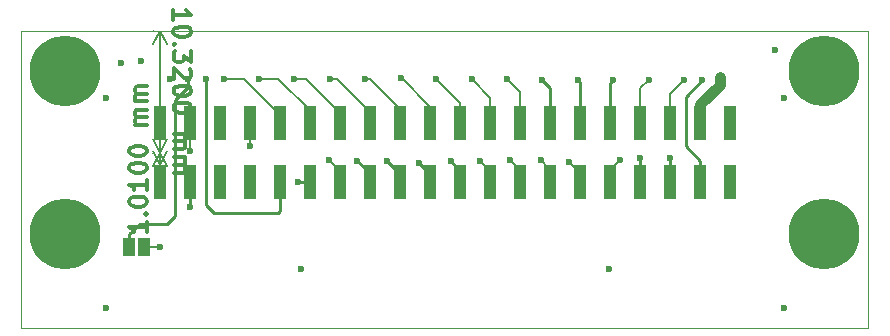
<source format=gbr>
G04 #@! TF.GenerationSoftware,KiCad,Pcbnew,8.0.4*
G04 #@! TF.CreationDate,2024-11-02T15:19:06-05:00*
G04 #@! TF.ProjectId,megaduck,6d656761-6475-4636-9b2e-6b696361645f,v1.0*
G04 #@! TF.SameCoordinates,Original*
G04 #@! TF.FileFunction,Copper,L4,Bot*
G04 #@! TF.FilePolarity,Positive*
%FSLAX46Y46*%
G04 Gerber Fmt 4.6, Leading zero omitted, Abs format (unit mm)*
G04 Created by KiCad (PCBNEW 8.0.4) date 2024-11-02 15:19:06*
%MOMM*%
%LPD*%
G01*
G04 APERTURE LIST*
%ADD10C,0.300000*%
G04 #@! TA.AperFunction,NonConductor*
%ADD11C,0.300000*%
G04 #@! TD*
G04 #@! TA.AperFunction,NonConductor*
%ADD12C,0.200000*%
G04 #@! TD*
G04 #@! TA.AperFunction,SMDPad,CuDef*
%ADD13R,1.000000X1.500000*%
G04 #@! TD*
G04 #@! TA.AperFunction,SMDPad,CuDef*
%ADD14R,1.000000X3.000000*%
G04 #@! TD*
G04 #@! TA.AperFunction,ComponentPad*
%ADD15C,0.800000*%
G04 #@! TD*
G04 #@! TA.AperFunction,ComponentPad*
%ADD16C,6.000000*%
G04 #@! TD*
G04 #@! TA.AperFunction,ViaPad*
%ADD17C,0.600000*%
G04 #@! TD*
G04 #@! TA.AperFunction,Conductor*
%ADD18C,0.254000*%
G04 #@! TD*
G04 #@! TA.AperFunction,Conductor*
%ADD19C,0.889000*%
G04 #@! TD*
G04 #@! TA.AperFunction,Conductor*
%ADD20C,0.200000*%
G04 #@! TD*
G04 #@! TA.AperFunction,Profile*
%ADD21C,0.050000*%
G04 #@! TD*
G04 APERTURE END LIST*
D10*
D11*
X125110787Y-20557489D02*
X125109957Y-19700346D01*
X125110372Y-20128918D02*
X126610371Y-20127464D01*
X126610371Y-20127464D02*
X126395947Y-19984815D01*
X126395947Y-19984815D02*
X126252952Y-19842096D01*
X126252952Y-19842096D02*
X126181385Y-19699308D01*
X126611686Y-21484606D02*
X126611825Y-21627463D01*
X126611825Y-21627463D02*
X126540534Y-21770389D01*
X126540534Y-21770389D02*
X126469175Y-21841887D01*
X126469175Y-21841887D02*
X126326387Y-21913454D01*
X126326387Y-21913454D02*
X126040742Y-21985159D01*
X126040742Y-21985159D02*
X125683600Y-21985505D01*
X125683600Y-21985505D02*
X125397816Y-21914354D01*
X125397816Y-21914354D02*
X125254890Y-21843064D01*
X125254890Y-21843064D02*
X125183392Y-21771704D01*
X125183392Y-21771704D02*
X125111825Y-21628916D01*
X125111825Y-21628916D02*
X125111687Y-21486059D01*
X125111687Y-21486059D02*
X125182977Y-21343133D01*
X125182977Y-21343133D02*
X125254336Y-21271635D01*
X125254336Y-21271635D02*
X125397124Y-21200068D01*
X125397124Y-21200068D02*
X125682769Y-21128363D01*
X125682769Y-21128363D02*
X126039912Y-21128017D01*
X126039912Y-21128017D02*
X126325695Y-21199169D01*
X126325695Y-21199169D02*
X126468621Y-21270459D01*
X126468621Y-21270459D02*
X126540119Y-21341818D01*
X126540119Y-21341818D02*
X126611686Y-21484606D01*
X125255651Y-22628777D02*
X125184292Y-22700275D01*
X125184292Y-22700275D02*
X125112794Y-22628916D01*
X125112794Y-22628916D02*
X125184154Y-22557418D01*
X125184154Y-22557418D02*
X125255651Y-22628777D01*
X125255651Y-22628777D02*
X125112794Y-22628916D01*
X126613347Y-23198891D02*
X126614247Y-24127462D01*
X126614247Y-24127462D02*
X126042334Y-23628016D01*
X126042334Y-23628016D02*
X126042542Y-23842301D01*
X126042542Y-23842301D02*
X125971252Y-23985227D01*
X125971252Y-23985227D02*
X125899892Y-24056725D01*
X125899892Y-24056725D02*
X125757105Y-24128292D01*
X125757105Y-24128292D02*
X125399962Y-24128638D01*
X125399962Y-24128638D02*
X125257036Y-24057348D01*
X125257036Y-24057348D02*
X125185538Y-23985989D01*
X125185538Y-23985989D02*
X125113971Y-23843201D01*
X125113971Y-23843201D02*
X125113556Y-23414630D01*
X125113556Y-23414630D02*
X125184846Y-23271703D01*
X125184846Y-23271703D02*
X125256205Y-23200206D01*
X126471944Y-24699028D02*
X126543441Y-24770387D01*
X126543441Y-24770387D02*
X126615008Y-24913175D01*
X126615008Y-24913175D02*
X126615354Y-25270318D01*
X126615354Y-25270318D02*
X126544064Y-25413244D01*
X126544064Y-25413244D02*
X126472705Y-25484742D01*
X126472705Y-25484742D02*
X126329917Y-25556309D01*
X126329917Y-25556309D02*
X126187060Y-25556447D01*
X126187060Y-25556447D02*
X125972705Y-25485226D01*
X125972705Y-25485226D02*
X125114732Y-24628914D01*
X125114732Y-24628914D02*
X125115632Y-25557485D01*
X126616531Y-26484603D02*
X126616670Y-26627460D01*
X126616670Y-26627460D02*
X126545379Y-26770386D01*
X126545379Y-26770386D02*
X126474020Y-26841884D01*
X126474020Y-26841884D02*
X126331232Y-26913451D01*
X126331232Y-26913451D02*
X126045587Y-26985156D01*
X126045587Y-26985156D02*
X125688445Y-26985502D01*
X125688445Y-26985502D02*
X125402661Y-26914350D01*
X125402661Y-26914350D02*
X125259735Y-26843060D01*
X125259735Y-26843060D02*
X125188237Y-26771701D01*
X125188237Y-26771701D02*
X125116670Y-26628913D01*
X125116670Y-26628913D02*
X125116532Y-26486056D01*
X125116532Y-26486056D02*
X125187822Y-26343130D01*
X125187822Y-26343130D02*
X125259181Y-26271632D01*
X125259181Y-26271632D02*
X125401969Y-26200065D01*
X125401969Y-26200065D02*
X125687614Y-26128360D01*
X125687614Y-26128360D02*
X126044757Y-26128014D01*
X126044757Y-26128014D02*
X126330540Y-26199165D01*
X126330540Y-26199165D02*
X126473466Y-26270455D01*
X126473466Y-26270455D02*
X126544964Y-26341815D01*
X126544964Y-26341815D02*
X126616531Y-26484603D01*
X126617915Y-27913173D02*
X126618054Y-28056030D01*
X126618054Y-28056030D02*
X126546764Y-28198956D01*
X126546764Y-28198956D02*
X126475404Y-28270454D01*
X126475404Y-28270454D02*
X126332617Y-28342021D01*
X126332617Y-28342021D02*
X126046972Y-28413726D01*
X126046972Y-28413726D02*
X125689829Y-28414072D01*
X125689829Y-28414072D02*
X125404046Y-28342921D01*
X125404046Y-28342921D02*
X125261119Y-28271631D01*
X125261119Y-28271631D02*
X125189621Y-28200271D01*
X125189621Y-28200271D02*
X125118055Y-28057483D01*
X125118055Y-28057483D02*
X125117916Y-27914626D01*
X125117916Y-27914626D02*
X125189206Y-27771700D01*
X125189206Y-27771700D02*
X125260566Y-27700202D01*
X125260566Y-27700202D02*
X125403353Y-27628635D01*
X125403353Y-27628635D02*
X125688998Y-27556930D01*
X125688998Y-27556930D02*
X126046141Y-27556584D01*
X126046141Y-27556584D02*
X126331924Y-27627736D01*
X126331924Y-27627736D02*
X126474851Y-27699026D01*
X126474851Y-27699026D02*
X126546348Y-27770385D01*
X126546348Y-27770385D02*
X126617915Y-27913173D01*
X125120131Y-30200339D02*
X126120130Y-30199370D01*
X125977273Y-30199508D02*
X126048771Y-30270868D01*
X126048771Y-30270868D02*
X126120338Y-30413656D01*
X126120338Y-30413656D02*
X126120546Y-30627941D01*
X126120546Y-30627941D02*
X126049256Y-30770868D01*
X126049256Y-30770868D02*
X125906468Y-30842434D01*
X125906468Y-30842434D02*
X125120754Y-30843196D01*
X125906468Y-30842434D02*
X126049394Y-30913725D01*
X126049394Y-30913725D02*
X126120961Y-31056512D01*
X126120961Y-31056512D02*
X126121169Y-31270798D01*
X126121169Y-31270798D02*
X126049879Y-31413724D01*
X126049879Y-31413724D02*
X125907091Y-31485291D01*
X125907091Y-31485291D02*
X125121377Y-31486053D01*
X125122069Y-32200338D02*
X126122068Y-32199369D01*
X125979211Y-32199507D02*
X126050709Y-32270867D01*
X126050709Y-32270867D02*
X126122276Y-32413655D01*
X126122276Y-32413655D02*
X126122484Y-32627940D01*
X126122484Y-32627940D02*
X126051194Y-32770867D01*
X126051194Y-32770867D02*
X125908406Y-32842434D01*
X125908406Y-32842434D02*
X125122692Y-32843195D01*
X125908406Y-32842434D02*
X126051332Y-32913724D01*
X126051332Y-32913724D02*
X126122899Y-33056511D01*
X126122899Y-33056511D02*
X126123107Y-33270797D01*
X126123107Y-33270797D02*
X126051817Y-33413723D01*
X126051817Y-33413723D02*
X125909029Y-33485290D01*
X125909029Y-33485290D02*
X125123315Y-33486052D01*
D12*
X123500000Y-31790484D02*
X123413580Y-31790568D01*
X123490000Y-21470484D02*
X123403580Y-21470568D01*
X124000000Y-31790000D02*
X123990000Y-21470000D01*
X124000000Y-31790000D02*
X123990000Y-21470000D01*
X124000000Y-31790000D02*
X123412488Y-30664065D01*
X124000000Y-31790000D02*
X124585329Y-30662929D01*
X123990000Y-21470000D02*
X124577512Y-22595935D01*
X123990000Y-21470000D02*
X123404671Y-22597071D01*
D10*
D11*
X122878328Y-37652141D02*
X122878328Y-38509284D01*
X122878328Y-38080713D02*
X121378328Y-38080713D01*
X121378328Y-38080713D02*
X121592614Y-38223570D01*
X121592614Y-38223570D02*
X121735471Y-38366427D01*
X121735471Y-38366427D02*
X121806900Y-38509284D01*
X122735471Y-37009285D02*
X122806900Y-36937856D01*
X122806900Y-36937856D02*
X122878328Y-37009285D01*
X122878328Y-37009285D02*
X122806900Y-37080713D01*
X122806900Y-37080713D02*
X122735471Y-37009285D01*
X122735471Y-37009285D02*
X122878328Y-37009285D01*
X121378328Y-36009284D02*
X121378328Y-35866427D01*
X121378328Y-35866427D02*
X121449757Y-35723570D01*
X121449757Y-35723570D02*
X121521185Y-35652142D01*
X121521185Y-35652142D02*
X121664042Y-35580713D01*
X121664042Y-35580713D02*
X121949757Y-35509284D01*
X121949757Y-35509284D02*
X122306900Y-35509284D01*
X122306900Y-35509284D02*
X122592614Y-35580713D01*
X122592614Y-35580713D02*
X122735471Y-35652142D01*
X122735471Y-35652142D02*
X122806900Y-35723570D01*
X122806900Y-35723570D02*
X122878328Y-35866427D01*
X122878328Y-35866427D02*
X122878328Y-36009284D01*
X122878328Y-36009284D02*
X122806900Y-36152142D01*
X122806900Y-36152142D02*
X122735471Y-36223570D01*
X122735471Y-36223570D02*
X122592614Y-36294999D01*
X122592614Y-36294999D02*
X122306900Y-36366427D01*
X122306900Y-36366427D02*
X121949757Y-36366427D01*
X121949757Y-36366427D02*
X121664042Y-36294999D01*
X121664042Y-36294999D02*
X121521185Y-36223570D01*
X121521185Y-36223570D02*
X121449757Y-36152142D01*
X121449757Y-36152142D02*
X121378328Y-36009284D01*
X122878328Y-34080713D02*
X122878328Y-34937856D01*
X122878328Y-34509285D02*
X121378328Y-34509285D01*
X121378328Y-34509285D02*
X121592614Y-34652142D01*
X121592614Y-34652142D02*
X121735471Y-34794999D01*
X121735471Y-34794999D02*
X121806900Y-34937856D01*
X121378328Y-33152142D02*
X121378328Y-33009285D01*
X121378328Y-33009285D02*
X121449757Y-32866428D01*
X121449757Y-32866428D02*
X121521185Y-32795000D01*
X121521185Y-32795000D02*
X121664042Y-32723571D01*
X121664042Y-32723571D02*
X121949757Y-32652142D01*
X121949757Y-32652142D02*
X122306900Y-32652142D01*
X122306900Y-32652142D02*
X122592614Y-32723571D01*
X122592614Y-32723571D02*
X122735471Y-32795000D01*
X122735471Y-32795000D02*
X122806900Y-32866428D01*
X122806900Y-32866428D02*
X122878328Y-33009285D01*
X122878328Y-33009285D02*
X122878328Y-33152142D01*
X122878328Y-33152142D02*
X122806900Y-33295000D01*
X122806900Y-33295000D02*
X122735471Y-33366428D01*
X122735471Y-33366428D02*
X122592614Y-33437857D01*
X122592614Y-33437857D02*
X122306900Y-33509285D01*
X122306900Y-33509285D02*
X121949757Y-33509285D01*
X121949757Y-33509285D02*
X121664042Y-33437857D01*
X121664042Y-33437857D02*
X121521185Y-33366428D01*
X121521185Y-33366428D02*
X121449757Y-33295000D01*
X121449757Y-33295000D02*
X121378328Y-33152142D01*
X121378328Y-31723571D02*
X121378328Y-31580714D01*
X121378328Y-31580714D02*
X121449757Y-31437857D01*
X121449757Y-31437857D02*
X121521185Y-31366429D01*
X121521185Y-31366429D02*
X121664042Y-31295000D01*
X121664042Y-31295000D02*
X121949757Y-31223571D01*
X121949757Y-31223571D02*
X122306900Y-31223571D01*
X122306900Y-31223571D02*
X122592614Y-31295000D01*
X122592614Y-31295000D02*
X122735471Y-31366429D01*
X122735471Y-31366429D02*
X122806900Y-31437857D01*
X122806900Y-31437857D02*
X122878328Y-31580714D01*
X122878328Y-31580714D02*
X122878328Y-31723571D01*
X122878328Y-31723571D02*
X122806900Y-31866429D01*
X122806900Y-31866429D02*
X122735471Y-31937857D01*
X122735471Y-31937857D02*
X122592614Y-32009286D01*
X122592614Y-32009286D02*
X122306900Y-32080714D01*
X122306900Y-32080714D02*
X121949757Y-32080714D01*
X121949757Y-32080714D02*
X121664042Y-32009286D01*
X121664042Y-32009286D02*
X121521185Y-31937857D01*
X121521185Y-31937857D02*
X121449757Y-31866429D01*
X121449757Y-31866429D02*
X121378328Y-31723571D01*
X122878328Y-29437858D02*
X121878328Y-29437858D01*
X122021185Y-29437858D02*
X121949757Y-29366429D01*
X121949757Y-29366429D02*
X121878328Y-29223572D01*
X121878328Y-29223572D02*
X121878328Y-29009286D01*
X121878328Y-29009286D02*
X121949757Y-28866429D01*
X121949757Y-28866429D02*
X122092614Y-28795001D01*
X122092614Y-28795001D02*
X122878328Y-28795001D01*
X122092614Y-28795001D02*
X121949757Y-28723572D01*
X121949757Y-28723572D02*
X121878328Y-28580715D01*
X121878328Y-28580715D02*
X121878328Y-28366429D01*
X121878328Y-28366429D02*
X121949757Y-28223572D01*
X121949757Y-28223572D02*
X122092614Y-28152143D01*
X122092614Y-28152143D02*
X122878328Y-28152143D01*
X122878328Y-27437858D02*
X121878328Y-27437858D01*
X122021185Y-27437858D02*
X121949757Y-27366429D01*
X121949757Y-27366429D02*
X121878328Y-27223572D01*
X121878328Y-27223572D02*
X121878328Y-27009286D01*
X121878328Y-27009286D02*
X121949757Y-26866429D01*
X121949757Y-26866429D02*
X122092614Y-26795001D01*
X122092614Y-26795001D02*
X122878328Y-26795001D01*
X122092614Y-26795001D02*
X121949757Y-26723572D01*
X121949757Y-26723572D02*
X121878328Y-26580715D01*
X121878328Y-26580715D02*
X121878328Y-26366429D01*
X121878328Y-26366429D02*
X121949757Y-26223572D01*
X121949757Y-26223572D02*
X122092614Y-26152143D01*
X122092614Y-26152143D02*
X122878328Y-26152143D01*
D12*
X123500000Y-32800000D02*
X123413580Y-32800000D01*
X123500000Y-31790000D02*
X123413580Y-31790000D01*
X124000000Y-32800000D02*
X124000000Y-31790000D01*
X124000000Y-32800000D02*
X124000000Y-31790000D01*
X124000000Y-32800000D02*
X123413579Y-31673496D01*
X124000000Y-32800000D02*
X124586421Y-31673496D01*
X124000000Y-31790000D02*
X124586421Y-32916504D01*
X124000000Y-31790000D02*
X123413579Y-32916504D01*
D13*
G04 #@! TO.P,JP1,1,A*
G04 #@! TO.N,/VIN+*
X122640600Y-39783800D03*
G04 #@! TO.P,JP1,2,B*
G04 #@! TO.N,Net-(J3-VIN)*
X121340600Y-39783800D03*
G04 #@! TD*
D14*
G04 #@! TO.P,J3,1,Pin_1*
G04 #@! TO.N,unconnected-(J3-Pin_1-Pad1)*
X172246800Y-29262800D03*
G04 #@! TO.P,J3,2,Pin_2*
G04 #@! TO.N,unconnected-(J3-Pin_2-Pad2)*
X172246800Y-34302800D03*
G04 #@! TO.P,J3,3,Pin_3*
G04 #@! TO.N,/VCC*
X169706800Y-29262800D03*
G04 #@! TO.P,J3,4,Pin_4*
G04 #@! TO.N,/PHI*
X169706800Y-34302800D03*
G04 #@! TO.P,J3,5,Pin_5*
G04 #@! TO.N,/~{WR}*
X167166800Y-29262800D03*
G04 #@! TO.P,J3,6,Pin_6*
G04 #@! TO.N,/~{RD}*
X167166800Y-34302800D03*
G04 #@! TO.P,J3,7,Pin_7*
G04 #@! TO.N,/~{CS}*
X164626800Y-29262800D03*
G04 #@! TO.P,J3,8,Pin_8*
G04 #@! TO.N,/A0*
X164626800Y-34302800D03*
G04 #@! TO.P,J3,9,Pin_9*
G04 #@! TO.N,/A1*
X162086800Y-29262800D03*
G04 #@! TO.P,J3,10,Pin_10*
G04 #@! TO.N,/A2*
X162086800Y-34302800D03*
G04 #@! TO.P,J3,11,Pin_11*
G04 #@! TO.N,/A3*
X159546800Y-29262800D03*
G04 #@! TO.P,J3,12,Pin_12*
G04 #@! TO.N,/A4*
X159546800Y-34302800D03*
G04 #@! TO.P,J3,13,Pin_13*
G04 #@! TO.N,/A5*
X157006800Y-29262800D03*
G04 #@! TO.P,J3,14,Pin_14*
G04 #@! TO.N,/A6*
X157006800Y-34302800D03*
G04 #@! TO.P,J3,15,Pin_15*
G04 #@! TO.N,/A7*
X154466800Y-29262800D03*
G04 #@! TO.P,J3,16,Pin_16*
G04 #@! TO.N,/A8*
X154466800Y-34302800D03*
G04 #@! TO.P,J3,17,Pin_17*
G04 #@! TO.N,/A9*
X151926800Y-29262800D03*
G04 #@! TO.P,J3,18,Pin_18*
G04 #@! TO.N,/A10*
X151926800Y-34302800D03*
G04 #@! TO.P,J3,19,Pin_19*
G04 #@! TO.N,/A11*
X149386800Y-29262800D03*
G04 #@! TO.P,J3,20,Pin_20*
G04 #@! TO.N,/A12*
X149386800Y-34302800D03*
G04 #@! TO.P,J3,21,Pin_21*
G04 #@! TO.N,/A13*
X146846800Y-29262800D03*
G04 #@! TO.P,J3,22,Pin_22*
G04 #@! TO.N,/A14*
X146846800Y-34302800D03*
G04 #@! TO.P,J3,23,Pin_23*
G04 #@! TO.N,/A15*
X144306800Y-29262800D03*
G04 #@! TO.P,J3,24,Pin_24*
G04 #@! TO.N,/D0*
X144306800Y-34302800D03*
G04 #@! TO.P,J3,25,Pin_25*
G04 #@! TO.N,/D1*
X141766800Y-29262800D03*
G04 #@! TO.P,J3,26,Pin_26*
G04 #@! TO.N,/D2*
X141766800Y-34302800D03*
G04 #@! TO.P,J3,27,Pin_27*
G04 #@! TO.N,/D3*
X139226800Y-29262800D03*
G04 #@! TO.P,J3,28,Pin_28*
G04 #@! TO.N,/D4*
X139226800Y-34302800D03*
G04 #@! TO.P,J3,29,Pin_29*
G04 #@! TO.N,/D5*
X136686800Y-29262800D03*
G04 #@! TO.P,J3,30,Pin_30*
G04 #@! TO.N,/D6*
X136686800Y-34302800D03*
G04 #@! TO.P,J3,31,Pin_31*
G04 #@! TO.N,/D7*
X134146800Y-29262800D03*
G04 #@! TO.P,J3,32,Pin_32*
G04 #@! TO.N,/~{RES}*
X134146800Y-34302800D03*
G04 #@! TO.P,J3,33,Pin_33*
G04 #@! TO.N,/VIN+*
X131606800Y-29262800D03*
G04 #@! TO.P,J3,34,Pin_34*
G04 #@! TO.N,unconnected-(J3-Pin_34-Pad34)*
X131606800Y-34302800D03*
G04 #@! TO.P,J3,35,Pin_35*
G04 #@! TO.N,unconnected-(J3-Pin_35-Pad35)*
X129066800Y-29262800D03*
G04 #@! TO.P,J3,36,Pin_36*
G04 #@! TO.N,unconnected-(J3-Pin_36-Pad36)*
X129066800Y-34302800D03*
G04 #@! TO.P,J3,37,Pin_37*
G04 #@! TO.N,GND*
X126526800Y-29262800D03*
G04 #@! TO.P,J3,38,Pin_38*
X126526800Y-34302800D03*
G04 #@! TO.P,J3,39,Pin_39*
G04 #@! TO.N,unconnected-(J3-Pin_39-Pad39)*
X123986800Y-29262800D03*
G04 #@! TO.P,J3,40,Pin_40*
G04 #@! TO.N,unconnected-(J3-Pin_40-Pad40)*
X123986800Y-34302800D03*
G04 #@! TD*
D15*
G04 #@! TO.P,H5,1,1*
G04 #@! TO.N,GND*
X177901600Y-24910000D03*
X178560610Y-23319010D03*
X178560610Y-26500990D03*
X180151600Y-22660000D03*
D16*
X180151600Y-24910000D03*
D15*
X180151600Y-27160000D03*
X181742590Y-23319010D03*
X181742590Y-26500990D03*
X182401600Y-24910000D03*
G04 #@! TD*
G04 #@! TO.P,H1,1,1*
G04 #@! TO.N,GND*
X113710000Y-24910000D03*
X114369010Y-23319010D03*
X114369010Y-26500990D03*
X115960000Y-22660000D03*
D16*
X115960000Y-24910000D03*
D15*
X115960000Y-27160000D03*
X117550990Y-23319010D03*
X117550990Y-26500990D03*
X118210000Y-24910000D03*
G04 #@! TD*
G04 #@! TO.P,H2,1,1*
G04 #@! TO.N,GND*
X113710000Y-38690000D03*
X114369010Y-37099010D03*
X114369010Y-40280990D03*
X115960000Y-36440000D03*
D16*
X115960000Y-38690000D03*
D15*
X115960000Y-40940000D03*
X117550990Y-37099010D03*
X117550990Y-40280990D03*
X118210000Y-38690000D03*
G04 #@! TD*
G04 #@! TO.P,H6,1,1*
G04 #@! TO.N,GND*
X177901600Y-38690000D03*
X178560610Y-37099010D03*
X178560610Y-40280990D03*
X180151600Y-36440000D03*
D16*
X180151600Y-38690000D03*
D15*
X180151600Y-40940000D03*
X181742590Y-37099010D03*
X181742590Y-40280990D03*
X182401600Y-38690000D03*
G04 #@! TD*
D17*
G04 #@! TO.N,/A5*
X156346400Y-25686800D03*
G04 #@! TO.N,/PHI*
X169859200Y-25686800D03*
G04 #@! TO.N,/VCC*
X120670000Y-24180000D03*
G04 #@! TO.N,/~{RD}*
X167141400Y-32214600D03*
G04 #@! TO.N,/A8*
X153603200Y-32417800D03*
G04 #@! TO.N,/A4*
X158632400Y-32570200D03*
G04 #@! TO.N,/A12*
X148574000Y-32519400D03*
G04 #@! TO.N,/VIN+*
X123961400Y-39809200D03*
G04 #@! TO.N,/A7*
X153374600Y-25585200D03*
G04 #@! TO.N,/A2*
X162950400Y-32417800D03*
G04 #@! TO.N,Net-(J3-VIN)*
X126374400Y-25534400D03*
G04 #@! TO.N,/VCC*
X171350400Y-25432800D03*
G04 #@! TO.N,/A11*
X147354800Y-25559800D03*
G04 #@! TO.N,/VIN+*
X131606800Y-31274800D03*
G04 #@! TO.N,/A6*
X156194000Y-32443200D03*
G04 #@! TO.N,/A15*
X141360400Y-25559800D03*
G04 #@! TO.N,GND*
X119389400Y-27185400D03*
X135924800Y-41663400D03*
G04 #@! TO.N,/D0*
X143214600Y-32544800D03*
G04 #@! TO.N,/A9*
X150352000Y-25585200D03*
G04 #@! TO.N,/D1*
X138363200Y-25534400D03*
G04 #@! TO.N,/~{WR}*
X168360600Y-25610600D03*
G04 #@! TO.N,GND*
X176793400Y-44965400D03*
G04 #@! TO.N,/A10*
X151088600Y-32494000D03*
G04 #@! TO.N,/D4*
X138236200Y-32392400D03*
G04 #@! TO.N,/D5*
X132350400Y-25534400D03*
G04 #@! TO.N,GND*
X176069800Y-23121400D03*
G04 #@! TO.N,/~{RES}*
X127847600Y-25534400D03*
G04 #@! TO.N,/D7*
X129346200Y-25559800D03*
G04 #@! TO.N,/D6*
X135645400Y-34297400D03*
G04 #@! TO.N,GND*
X126530000Y-31660000D03*
G04 #@! TO.N,/~{CS}*
X165338000Y-25610600D03*
G04 #@! TO.N,GND*
X119389400Y-44965400D03*
X126526800Y-36380200D03*
G04 #@! TO.N,/A1*
X162340800Y-25610600D03*
G04 #@! TO.N,GND*
X176793400Y-27185400D03*
G04 #@! TO.N,/A3*
X159343600Y-25636000D03*
G04 #@! TO.N,GND*
X161959800Y-41663400D03*
G04 #@! TO.N,/A0*
X164626800Y-32214600D03*
G04 #@! TO.N,/D2*
X140674600Y-32468600D03*
G04 #@! TO.N,/D3*
X135340600Y-25534400D03*
G04 #@! TO.N,GND*
X124843000Y-25534400D03*
G04 #@! TO.N,/~{RES}*
X122380000Y-24070000D03*
G04 #@! TO.N,/A13*
X144357600Y-25509000D03*
G04 #@! TO.N,/A14*
X145932400Y-32671800D03*
G04 #@! TD*
D18*
G04 #@! TO.N,Net-(J3-VIN)*
X125250000Y-27360000D02*
X125250000Y-37160000D01*
X125250000Y-37160000D02*
X124590000Y-37820000D01*
X121340600Y-38719400D02*
X121340600Y-39783800D01*
X124590000Y-37820000D02*
X122240000Y-37820000D01*
X122240000Y-37820000D02*
X121340600Y-38719400D01*
D19*
G04 #@! TO.N,/VCC*
X169706800Y-29262800D02*
X169706800Y-27693400D01*
X171350400Y-26049800D02*
X171350400Y-25432800D01*
D20*
G04 #@! TO.N,/VIN+*
X131606800Y-29262800D02*
X131606800Y-31274800D01*
G04 #@! TO.N,/~{WR}*
X168360600Y-25610600D02*
X167166800Y-26804400D01*
D18*
G04 #@! TO.N,/A0*
X164626800Y-32214600D02*
X164626800Y-34302800D01*
G04 #@! TO.N,/~{RD}*
X167141400Y-32214600D02*
X167141400Y-34277400D01*
G04 #@! TO.N,/PHI*
X169859200Y-25686800D02*
X168462200Y-27083800D01*
X168462200Y-31224000D02*
X169706800Y-32468600D01*
X169706800Y-32468600D02*
X169706800Y-34302800D01*
D20*
G04 #@! TO.N,/~{WR}*
X167166800Y-26804400D02*
X167166800Y-29262800D01*
D18*
G04 #@! TO.N,/~{RD}*
X167141400Y-34277400D02*
X167166800Y-34302800D01*
G04 #@! TO.N,/A3*
X159343600Y-25636000D02*
X159546800Y-25839200D01*
G04 #@! TO.N,/A5*
X156346400Y-25686800D02*
X157006800Y-26347200D01*
G04 #@! TO.N,Net-(J3-VIN)*
X126374400Y-26235600D02*
X125250000Y-27360000D01*
D20*
G04 #@! TO.N,/A4*
X159546800Y-34302800D02*
X159546800Y-33484600D01*
G04 #@! TO.N,/A2*
X162086800Y-33281400D02*
X162950400Y-32417800D01*
G04 #@! TO.N,/A7*
X153374600Y-25585200D02*
X154466800Y-26677400D01*
G04 #@! TO.N,/~{CS}*
X165338000Y-25610600D02*
X164626800Y-26321800D01*
G04 #@! TO.N,/A9*
X151926800Y-27160000D02*
X151926800Y-29262800D01*
D18*
G04 #@! TO.N,/A12*
X149386800Y-33332200D02*
X149386800Y-34302800D01*
D20*
G04 #@! TO.N,/A6*
X157006800Y-34302800D02*
X157006800Y-33256000D01*
G04 #@! TO.N,/A13*
X146846800Y-27896600D02*
X146846800Y-29262800D01*
G04 #@! TO.N,/A7*
X154466800Y-26677400D02*
X154466800Y-29262800D01*
G04 #@! TO.N,/A8*
X154466800Y-34302800D02*
X154466800Y-33281400D01*
G04 #@! TO.N,/A9*
X150352000Y-25585200D02*
X151926800Y-27160000D01*
G04 #@! TO.N,/A10*
X151926800Y-33332200D02*
X151088600Y-32494000D01*
D18*
G04 #@! TO.N,/A12*
X148574000Y-32519400D02*
X149386800Y-33332200D01*
D20*
G04 #@! TO.N,/A11*
X149386800Y-27591800D02*
X149386800Y-29262800D01*
G04 #@! TO.N,/A6*
X157006800Y-33256000D02*
X156194000Y-32443200D01*
G04 #@! TO.N,/A8*
X154466800Y-33281400D02*
X153603200Y-32417800D01*
G04 #@! TO.N,/~{CS}*
X164626800Y-26321800D02*
X164626800Y-29262800D01*
D18*
G04 #@! TO.N,/D2*
X141766800Y-33560800D02*
X141766800Y-34302800D01*
D19*
G04 #@! TO.N,/VCC*
X169706800Y-27693400D02*
X171350400Y-26049800D01*
D18*
G04 #@! TO.N,/A14*
X145932400Y-32671800D02*
X146846800Y-33586200D01*
G04 #@! TO.N,/D0*
X144306800Y-33637000D02*
X144306800Y-34302800D01*
D20*
G04 #@! TO.N,/A15*
X141360400Y-25559800D02*
X141741400Y-25559800D01*
G04 #@! TO.N,/D1*
X138363200Y-25534400D02*
X138972800Y-25534400D01*
D18*
G04 #@! TO.N,/D0*
X143214600Y-32544800D02*
X144306800Y-33637000D01*
G04 #@! TO.N,/D2*
X140674600Y-32468600D02*
X141766800Y-33560800D01*
D20*
G04 #@! TO.N,/D1*
X138972800Y-25534400D02*
X141766800Y-28328400D01*
G04 #@! TO.N,/D3*
X136356600Y-25534400D02*
X139226800Y-28404600D01*
G04 #@! TO.N,/A13*
X144459200Y-25509000D02*
X146846800Y-27896600D01*
X144357600Y-25509000D02*
X144459200Y-25509000D01*
G04 #@! TO.N,/D3*
X139226800Y-28404600D02*
X139226800Y-29262800D01*
G04 #@! TO.N,/A15*
X141741400Y-25559800D02*
X144306800Y-28125200D01*
D18*
G04 #@! TO.N,/A14*
X146846800Y-33586200D02*
X146846800Y-34302800D01*
D20*
G04 #@! TO.N,/D3*
X135340600Y-25534400D02*
X136356600Y-25534400D01*
G04 #@! TO.N,/D1*
X141766800Y-28328400D02*
X141766800Y-29262800D01*
D18*
G04 #@! TO.N,/A1*
X162086800Y-25864600D02*
X162086800Y-29262800D01*
D20*
G04 #@! TO.N,/D5*
X132350400Y-25534400D02*
X133994400Y-25534400D01*
G04 #@! TO.N,/D4*
X139226800Y-33383000D02*
X138236200Y-32392400D01*
X139226800Y-34302800D02*
X139226800Y-33383000D01*
X139226800Y-34302800D02*
X139226800Y-33002000D01*
G04 #@! TO.N,/D5*
X136686800Y-28226800D02*
X136686800Y-29262800D01*
G04 #@! TO.N,/A4*
X159546800Y-33484600D02*
X158632400Y-32570200D01*
G04 #@! TO.N,/D5*
X133994400Y-25534400D02*
X136686800Y-28226800D01*
G04 #@! TO.N,GND*
X126526800Y-31656800D02*
X126530000Y-31660000D01*
X126526800Y-29262800D02*
X126526800Y-31656800D01*
D18*
G04 #@! TO.N,/~{RES}*
X127847600Y-25534400D02*
X127847600Y-36253200D01*
X128533400Y-36939000D02*
X133918200Y-36939000D01*
D20*
G04 #@! TO.N,/VIN+*
X122666000Y-39809200D02*
X122640600Y-39783800D01*
D18*
G04 #@! TO.N,/~{RES}*
X133918200Y-36939000D02*
X134146800Y-36710400D01*
D20*
G04 #@! TO.N,GND*
X126526800Y-29262800D02*
X126526800Y-28912600D01*
D18*
G04 #@! TO.N,/PHI*
X168462200Y-27083800D02*
X168462200Y-31224000D01*
D20*
G04 #@! TO.N,/D7*
X134146800Y-28607800D02*
X134146800Y-29262800D01*
G04 #@! TO.N,/A15*
X144306800Y-28125200D02*
X144306800Y-29262800D01*
D18*
G04 #@! TO.N,/~{RES}*
X127847600Y-36253200D02*
X128533400Y-36939000D01*
X134146800Y-36710400D02*
X134146800Y-34302800D01*
G04 #@! TO.N,GND*
X126526800Y-34302800D02*
X126526800Y-36380200D01*
D20*
G04 #@! TO.N,/VIN+*
X123961400Y-39809200D02*
X122666000Y-39809200D01*
G04 #@! TO.N,/D7*
X129346200Y-25559800D02*
X131098800Y-25559800D01*
X131098800Y-25559800D02*
X134146800Y-28607800D01*
G04 #@! TO.N,/A10*
X151926800Y-34302800D02*
X151926800Y-33332200D01*
D18*
G04 #@! TO.N,/D6*
X136681400Y-34297400D02*
X136686800Y-34302800D01*
G04 #@! TO.N,/A1*
X162340800Y-25610600D02*
X162086800Y-25864600D01*
G04 #@! TO.N,/A3*
X159546800Y-25839200D02*
X159546800Y-29262800D01*
G04 #@! TO.N,/D6*
X135645400Y-34297400D02*
X136681400Y-34297400D01*
D20*
G04 #@! TO.N,/A2*
X162086800Y-34302800D02*
X162086800Y-33281400D01*
D18*
G04 #@! TO.N,/A5*
X157006800Y-26347200D02*
X157006800Y-29262800D01*
G04 #@! TO.N,Net-(J3-VIN)*
X126374400Y-25534400D02*
X126374400Y-26235600D01*
D20*
G04 #@! TO.N,/A11*
X147354800Y-25559800D02*
X149386800Y-27591800D01*
G04 #@! TO.N,GND*
X124850400Y-25541800D02*
X124843000Y-25534400D01*
G04 #@! TD*
D21*
X118398800Y-21470400D02*
X112242600Y-21470400D01*
X124444000Y-46616400D02*
X124317000Y-46616400D01*
X177834800Y-46616400D02*
X172069000Y-46616400D01*
X177834800Y-46616400D02*
X183946800Y-46616400D01*
X118398800Y-21470400D02*
X177834800Y-21470400D01*
X118398800Y-46616400D02*
X124317000Y-46616400D01*
X177834800Y-21470400D02*
X183946800Y-21470400D01*
X124444000Y-46616400D02*
X172069000Y-46616400D01*
X183946800Y-21470400D02*
X183946800Y-46616400D01*
X118398800Y-46616400D02*
X112242600Y-46616400D01*
X112242600Y-21470400D02*
X112242600Y-46616400D01*
M02*

</source>
